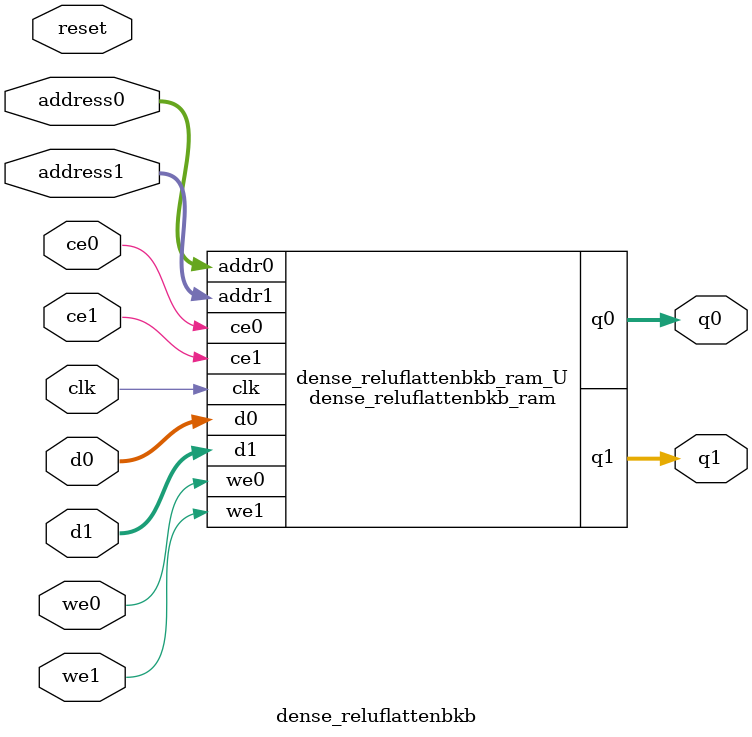
<source format=v>

`timescale 1 ns / 1 ps
module dense_reluflattenbkb_ram (addr0, ce0, d0, we0, q0, addr1, ce1, d1, we1, q1,  clk);

parameter DWIDTH = 32;
parameter AWIDTH = 15;
parameter MEM_SIZE = 25088;

input[AWIDTH-1:0] addr0;
input ce0;
input[DWIDTH-1:0] d0;
input we0;
output reg[DWIDTH-1:0] q0;
input[AWIDTH-1:0] addr1;
input ce1;
input[DWIDTH-1:0] d1;
input we1;
output reg[DWIDTH-1:0] q1;
input clk;

(* ram_style = "block" *)reg [DWIDTH-1:0] ram[0:MEM_SIZE-1];




always @(posedge clk)  
begin 
    if (ce0) 
    begin
        if (we0) 
        begin 
            ram[addr0] <= d0; 
            q0 <= d0;
        end 
        else 
            q0 <= ram[addr0];
    end
end


always @(posedge clk)  
begin 
    if (ce1) 
    begin
        if (we1) 
        begin 
            ram[addr1] <= d1; 
            q1 <= d1;
        end 
        else 
            q1 <= ram[addr1];
    end
end


endmodule


`timescale 1 ns / 1 ps
module dense_reluflattenbkb(
    reset,
    clk,
    address0,
    ce0,
    we0,
    d0,
    q0,
    address1,
    ce1,
    we1,
    d1,
    q1);

parameter DataWidth = 32'd32;
parameter AddressRange = 32'd25088;
parameter AddressWidth = 32'd15;
input reset;
input clk;
input[AddressWidth - 1:0] address0;
input ce0;
input we0;
input[DataWidth - 1:0] d0;
output[DataWidth - 1:0] q0;
input[AddressWidth - 1:0] address1;
input ce1;
input we1;
input[DataWidth - 1:0] d1;
output[DataWidth - 1:0] q1;



dense_reluflattenbkb_ram dense_reluflattenbkb_ram_U(
    .clk( clk ),
    .addr0( address0 ),
    .ce0( ce0 ),
    .d0( d0 ),
    .we0( we0 ),
    .q0( q0 ),
    .addr1( address1 ),
    .ce1( ce1 ),
    .d1( d1 ),
    .we1( we1 ),
    .q1( q1 ));

endmodule


</source>
